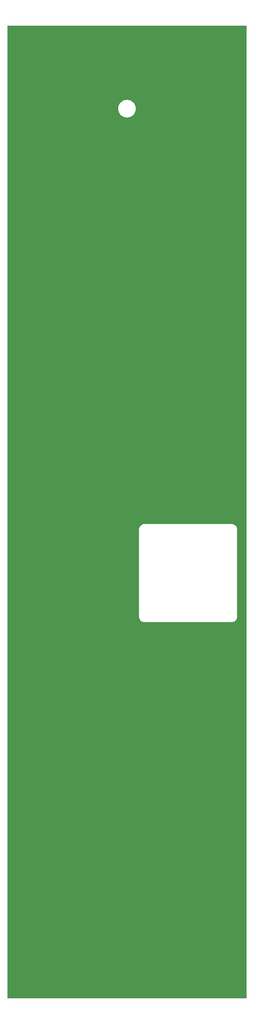
<source format=gtl>
%TF.GenerationSoftware,KiCad,Pcbnew,8.0.5*%
%TF.CreationDate,2024-12-04T18:31:37+01:00*%
%TF.ProjectId,DMH_S_H_Noise_PANEL,444d485f-535f-4485-9f4e-6f6973655f50,rev?*%
%TF.SameCoordinates,Original*%
%TF.FileFunction,Copper,L1,Top*%
%TF.FilePolarity,Positive*%
%FSLAX46Y46*%
G04 Gerber Fmt 4.6, Leading zero omitted, Abs format (unit mm)*
G04 Created by KiCad (PCBNEW 8.0.5) date 2024-12-04 18:31:37*
%MOMM*%
%LPD*%
G01*
G04 APERTURE LIST*
%TA.AperFunction,ConnectorPad*%
%ADD10C,12.000000*%
%TD*%
%TA.AperFunction,ComponentPad*%
%ADD11O,2.500000X1.500000*%
%TD*%
%TA.AperFunction,ComponentPad*%
%ADD12C,0.500000*%
%TD*%
%TA.AperFunction,ComponentPad*%
%ADD13C,4.000000*%
%TD*%
%TA.AperFunction,ComponentPad*%
%ADD14C,2.900000*%
%TD*%
%TA.AperFunction,ComponentPad*%
%ADD15C,13.000000*%
%TD*%
G04 APERTURE END LIST*
D10*
%TO.P,H7,1,1*%
%TO.N,GND*%
X87500000Y-108250000D03*
D11*
X87500000Y-114250000D03*
%TD*%
D10*
%TO.P,H6,1,1*%
%TO.N,GND*%
X62500000Y-108250000D03*
D11*
X62500000Y-114250000D03*
%TD*%
D10*
%TO.P,H5,1,1*%
%TO.N,GND*%
X75000000Y-71000000D03*
D11*
X75000000Y-77000000D03*
%TD*%
D12*
%TO.P,H10,1,1*%
%TO.N,GND*%
X52800000Y-190250000D03*
X54460000Y-186220000D03*
X54470000Y-194290000D03*
X58500000Y-184550000D03*
D10*
X58500000Y-190250000D03*
D12*
X58500000Y-195950000D03*
X62530000Y-194290000D03*
X62540000Y-186220000D03*
X64200000Y-190250000D03*
%TD*%
D13*
%TO.P,H3,1,1*%
%TO.N,GND*%
X53500000Y-226500000D03*
%TD*%
D12*
%TO.P,H19,1,1*%
%TO.N,GND*%
X69300000Y-190250000D03*
X70960000Y-186220000D03*
X70970000Y-194290000D03*
X75000000Y-184550000D03*
D10*
X75000000Y-190250000D03*
D12*
X75000000Y-195950000D03*
X79030000Y-194290000D03*
X79040000Y-186220000D03*
X80700000Y-190250000D03*
%TD*%
%TO.P,H12,1,1*%
%TO.N,GND*%
X85800000Y-190250000D03*
X87460000Y-186220000D03*
X87470000Y-194290000D03*
X91500000Y-184550000D03*
D10*
X91500000Y-190250000D03*
D12*
X91500000Y-195950000D03*
X95530000Y-194290000D03*
X95540000Y-186220000D03*
X97200000Y-190250000D03*
%TD*%
%TO.P,H8,1,1*%
%TO.N,GND*%
X52800000Y-171750000D03*
X54460000Y-167720000D03*
X54470000Y-175790000D03*
X58500000Y-166050000D03*
D10*
X58500000Y-171750000D03*
D12*
X58500000Y-177450000D03*
X62530000Y-175790000D03*
X62540000Y-167720000D03*
X64200000Y-171750000D03*
%TD*%
D14*
%TO.P,H18,1,1*%
%TO.N,GND*%
X62500000Y-136100000D03*
D15*
X62500000Y-142500000D03*
%TD*%
D12*
%TO.P,H14,1,1*%
%TO.N,GND*%
X52800000Y-208750000D03*
X54460000Y-204720000D03*
X54470000Y-212790000D03*
X58500000Y-203050000D03*
D10*
X58500000Y-208750000D03*
D12*
X58500000Y-214450000D03*
X62530000Y-212790000D03*
X62540000Y-204720000D03*
X64200000Y-208750000D03*
%TD*%
D13*
%TO.P,H2,1,1*%
%TO.N,GND*%
X96500000Y-33500000D03*
%TD*%
%TO.P,H4,1,1*%
%TO.N,GND*%
X96500000Y-226500000D03*
%TD*%
D12*
%TO.P,H13,1,1*%
%TO.N,GND*%
X69300000Y-208750000D03*
X70960000Y-204720000D03*
X70970000Y-212790000D03*
X75000000Y-203050000D03*
D10*
X75000000Y-208750000D03*
D12*
X75000000Y-214450000D03*
X79030000Y-212790000D03*
X79040000Y-204720000D03*
X80700000Y-208750000D03*
%TD*%
D13*
%TO.P,H1,1,1*%
%TO.N,GND*%
X53500000Y-33500000D03*
%TD*%
D12*
%TO.P,H15,1,1*%
%TO.N,GND*%
X85800000Y-208750000D03*
X87460000Y-204720000D03*
X87470000Y-212790000D03*
X91500000Y-203050000D03*
D10*
X91500000Y-208750000D03*
D12*
X91500000Y-214450000D03*
X95530000Y-212790000D03*
X95540000Y-204720000D03*
X97200000Y-208750000D03*
%TD*%
%TO.P,H9,1,1*%
%TO.N,GND*%
X69300000Y-171750000D03*
X70960000Y-167720000D03*
X70970000Y-175790000D03*
X75000000Y-166050000D03*
D10*
X75000000Y-171750000D03*
D12*
X75000000Y-177450000D03*
X79030000Y-175790000D03*
X79040000Y-167720000D03*
X80700000Y-171750000D03*
%TD*%
%TO.P,H11,1,1*%
%TO.N,GND*%
X85800000Y-171750000D03*
X87460000Y-167720000D03*
X87470000Y-175790000D03*
X91500000Y-166050000D03*
D10*
X91500000Y-171750000D03*
D12*
X91500000Y-177450000D03*
X95530000Y-175790000D03*
X95540000Y-167720000D03*
X97200000Y-171750000D03*
%TD*%
%TA.AperFunction,Conductor*%
%TO.N,GND*%
G36*
X99442539Y-30520185D02*
G01*
X99488294Y-30572989D01*
X99499500Y-30624500D01*
X99499500Y-229375500D01*
X99479815Y-229442539D01*
X99427011Y-229488294D01*
X99375500Y-229499500D01*
X50624500Y-229499500D01*
X50557461Y-229479815D01*
X50511706Y-229427011D01*
X50500500Y-229375500D01*
X50500500Y-208749993D01*
X53094630Y-208749993D01*
X53094630Y-208750006D01*
X53114101Y-209208394D01*
X53172381Y-209663513D01*
X53269043Y-210112028D01*
X53403399Y-210550746D01*
X53403401Y-210550751D01*
X53574468Y-210976468D01*
X53574472Y-210976479D01*
X53781026Y-211386154D01*
X53781037Y-211386174D01*
X53901317Y-211581521D01*
X54021599Y-211776871D01*
X54294429Y-212145762D01*
X54597560Y-212490186D01*
X54928809Y-212807662D01*
X55285788Y-213095902D01*
X55665925Y-213352830D01*
X56066482Y-213576595D01*
X56066485Y-213576596D01*
X56066494Y-213576601D01*
X56484566Y-213765581D01*
X56484573Y-213765584D01*
X56917185Y-213918435D01*
X57361201Y-214034048D01*
X57813422Y-214111589D01*
X57954946Y-214123634D01*
X58270571Y-214150499D01*
X58270588Y-214150499D01*
X58270590Y-214150500D01*
X58270591Y-214150500D01*
X58729409Y-214150500D01*
X58729410Y-214150500D01*
X58729411Y-214150499D01*
X58729428Y-214150499D01*
X59001523Y-214127339D01*
X59186578Y-214111589D01*
X59638799Y-214034048D01*
X60082815Y-213918435D01*
X60515427Y-213765584D01*
X60933518Y-213576595D01*
X61334075Y-213352830D01*
X61714212Y-213095902D01*
X62071191Y-212807662D01*
X62402440Y-212490186D01*
X62705571Y-212145762D01*
X62978401Y-211776871D01*
X63218964Y-211386172D01*
X63425527Y-210976479D01*
X63596601Y-210550744D01*
X63730955Y-210112035D01*
X63827619Y-209663512D01*
X63885897Y-209208407D01*
X63905370Y-208750000D01*
X63905370Y-208749993D01*
X69594630Y-208749993D01*
X69594630Y-208750006D01*
X69614101Y-209208394D01*
X69672381Y-209663513D01*
X69769043Y-210112028D01*
X69903399Y-210550746D01*
X69903401Y-210550751D01*
X70074468Y-210976468D01*
X70074472Y-210976479D01*
X70281026Y-211386154D01*
X70281037Y-211386174D01*
X70401317Y-211581521D01*
X70521599Y-211776871D01*
X70794429Y-212145762D01*
X71097560Y-212490186D01*
X71428809Y-212807662D01*
X71785788Y-213095902D01*
X72165925Y-213352830D01*
X72566482Y-213576595D01*
X72566485Y-213576596D01*
X72566494Y-213576601D01*
X72984566Y-213765581D01*
X72984573Y-213765584D01*
X73417185Y-213918435D01*
X73861201Y-214034048D01*
X74313422Y-214111589D01*
X74454946Y-214123634D01*
X74770571Y-214150499D01*
X74770588Y-214150499D01*
X74770590Y-214150500D01*
X74770591Y-214150500D01*
X75229409Y-214150500D01*
X75229410Y-214150500D01*
X75229411Y-214150499D01*
X75229428Y-214150499D01*
X75501523Y-214127339D01*
X75686578Y-214111589D01*
X76138799Y-214034048D01*
X76582815Y-213918435D01*
X77015427Y-213765584D01*
X77433518Y-213576595D01*
X77834075Y-213352830D01*
X78214212Y-213095902D01*
X78571191Y-212807662D01*
X78902440Y-212490186D01*
X79205571Y-212145762D01*
X79478401Y-211776871D01*
X79718964Y-211386172D01*
X79925527Y-210976479D01*
X80096601Y-210550744D01*
X80230955Y-210112035D01*
X80327619Y-209663512D01*
X80385897Y-209208407D01*
X80405370Y-208750000D01*
X80405370Y-208749993D01*
X86094630Y-208749993D01*
X86094630Y-208750006D01*
X86114101Y-209208394D01*
X86172381Y-209663513D01*
X86269043Y-210112028D01*
X86403399Y-210550746D01*
X86403401Y-210550751D01*
X86574468Y-210976468D01*
X86574472Y-210976479D01*
X86781026Y-211386154D01*
X86781037Y-211386174D01*
X86901317Y-211581521D01*
X87021599Y-211776871D01*
X87294429Y-212145762D01*
X87597560Y-212490186D01*
X87928809Y-212807662D01*
X88285788Y-213095902D01*
X88665925Y-213352830D01*
X89066482Y-213576595D01*
X89066485Y-213576596D01*
X89066494Y-213576601D01*
X89484566Y-213765581D01*
X89484573Y-213765584D01*
X89917185Y-213918435D01*
X90361201Y-214034048D01*
X90813422Y-214111589D01*
X90954946Y-214123634D01*
X91270571Y-214150499D01*
X91270588Y-214150499D01*
X91270590Y-214150500D01*
X91270591Y-214150500D01*
X91729409Y-214150500D01*
X91729410Y-214150500D01*
X91729411Y-214150499D01*
X91729428Y-214150499D01*
X92001523Y-214127339D01*
X92186578Y-214111589D01*
X92638799Y-214034048D01*
X93082815Y-213918435D01*
X93515427Y-213765584D01*
X93933518Y-213576595D01*
X94334075Y-213352830D01*
X94714212Y-213095902D01*
X95071191Y-212807662D01*
X95402440Y-212490186D01*
X95705571Y-212145762D01*
X95978401Y-211776871D01*
X96218964Y-211386172D01*
X96425527Y-210976479D01*
X96596601Y-210550744D01*
X96730955Y-210112035D01*
X96827619Y-209663512D01*
X96885897Y-209208407D01*
X96905370Y-208750000D01*
X96885897Y-208291593D01*
X96827619Y-207836488D01*
X96730955Y-207387965D01*
X96596601Y-206949256D01*
X96425527Y-206523521D01*
X96425527Y-206523520D01*
X96218973Y-206113845D01*
X96218962Y-206113825D01*
X96167601Y-206030410D01*
X95978401Y-205723129D01*
X95705571Y-205354238D01*
X95402440Y-205009814D01*
X95071191Y-204692338D01*
X94714212Y-204404098D01*
X94334075Y-204147170D01*
X94311723Y-204134683D01*
X93933526Y-203923409D01*
X93933505Y-203923398D01*
X93515433Y-203734418D01*
X93082810Y-203581563D01*
X92638797Y-203465951D01*
X92186588Y-203388412D01*
X92186562Y-203388409D01*
X91729428Y-203349500D01*
X91729410Y-203349500D01*
X91270590Y-203349500D01*
X91270571Y-203349500D01*
X90813437Y-203388409D01*
X90813411Y-203388412D01*
X90361202Y-203465951D01*
X89917189Y-203581563D01*
X89484566Y-203734418D01*
X89066494Y-203923398D01*
X89066473Y-203923409D01*
X88665933Y-204147165D01*
X88665914Y-204147177D01*
X88285793Y-204404094D01*
X87928806Y-204692340D01*
X87597559Y-205009814D01*
X87294435Y-205354230D01*
X87021598Y-205723130D01*
X86781037Y-206113825D01*
X86781026Y-206113845D01*
X86574472Y-206523520D01*
X86574468Y-206523531D01*
X86403401Y-206949248D01*
X86403399Y-206949253D01*
X86269043Y-207387971D01*
X86172381Y-207836486D01*
X86114101Y-208291605D01*
X86094630Y-208749993D01*
X80405370Y-208749993D01*
X80385897Y-208291593D01*
X80327619Y-207836488D01*
X80230955Y-207387965D01*
X80096601Y-206949256D01*
X79925527Y-206523521D01*
X79925527Y-206523520D01*
X79718973Y-206113845D01*
X79718962Y-206113825D01*
X79667601Y-206030410D01*
X79478401Y-205723129D01*
X79205571Y-205354238D01*
X78902440Y-205009814D01*
X78571191Y-204692338D01*
X78214212Y-204404098D01*
X77834075Y-204147170D01*
X77811723Y-204134683D01*
X77433526Y-203923409D01*
X77433505Y-203923398D01*
X77015433Y-203734418D01*
X76582810Y-203581563D01*
X76138797Y-203465951D01*
X75686588Y-203388412D01*
X75686562Y-203388409D01*
X75229428Y-203349500D01*
X75229410Y-203349500D01*
X74770590Y-203349500D01*
X74770571Y-203349500D01*
X74313437Y-203388409D01*
X74313411Y-203388412D01*
X73861202Y-203465951D01*
X73417189Y-203581563D01*
X72984566Y-203734418D01*
X72566494Y-203923398D01*
X72566473Y-203923409D01*
X72165933Y-204147165D01*
X72165914Y-204147177D01*
X71785793Y-204404094D01*
X71428806Y-204692340D01*
X71097559Y-205009814D01*
X70794435Y-205354230D01*
X70521598Y-205723130D01*
X70281037Y-206113825D01*
X70281026Y-206113845D01*
X70074472Y-206523520D01*
X70074468Y-206523531D01*
X69903401Y-206949248D01*
X69903399Y-206949253D01*
X69769043Y-207387971D01*
X69672381Y-207836486D01*
X69614101Y-208291605D01*
X69594630Y-208749993D01*
X63905370Y-208749993D01*
X63885897Y-208291593D01*
X63827619Y-207836488D01*
X63730955Y-207387965D01*
X63596601Y-206949256D01*
X63425527Y-206523521D01*
X63425527Y-206523520D01*
X63218973Y-206113845D01*
X63218962Y-206113825D01*
X63167601Y-206030410D01*
X62978401Y-205723129D01*
X62705571Y-205354238D01*
X62402440Y-205009814D01*
X62071191Y-204692338D01*
X61714212Y-204404098D01*
X61334075Y-204147170D01*
X61311723Y-204134683D01*
X60933526Y-203923409D01*
X60933505Y-203923398D01*
X60515433Y-203734418D01*
X60082810Y-203581563D01*
X59638797Y-203465951D01*
X59186588Y-203388412D01*
X59186562Y-203388409D01*
X58729428Y-203349500D01*
X58729410Y-203349500D01*
X58270590Y-203349500D01*
X58270571Y-203349500D01*
X57813437Y-203388409D01*
X57813411Y-203388412D01*
X57361202Y-203465951D01*
X56917189Y-203581563D01*
X56484566Y-203734418D01*
X56066494Y-203923398D01*
X56066473Y-203923409D01*
X55665933Y-204147165D01*
X55665914Y-204147177D01*
X55285793Y-204404094D01*
X54928806Y-204692340D01*
X54597559Y-205009814D01*
X54294435Y-205354230D01*
X54021598Y-205723130D01*
X53781037Y-206113825D01*
X53781026Y-206113845D01*
X53574472Y-206523520D01*
X53574468Y-206523531D01*
X53403401Y-206949248D01*
X53403399Y-206949253D01*
X53269043Y-207387971D01*
X53172381Y-207836486D01*
X53114101Y-208291605D01*
X53094630Y-208749993D01*
X50500500Y-208749993D01*
X50500500Y-190249993D01*
X53094630Y-190249993D01*
X53094630Y-190250006D01*
X53114101Y-190708394D01*
X53172381Y-191163513D01*
X53269043Y-191612028D01*
X53403399Y-192050746D01*
X53403401Y-192050751D01*
X53574468Y-192476468D01*
X53574472Y-192476479D01*
X53781026Y-192886154D01*
X53781037Y-192886174D01*
X53901317Y-193081521D01*
X54021599Y-193276871D01*
X54294429Y-193645762D01*
X54597560Y-193990186D01*
X54928809Y-194307662D01*
X55285788Y-194595902D01*
X55665925Y-194852830D01*
X56066482Y-195076595D01*
X56066485Y-195076596D01*
X56066494Y-195076601D01*
X56484566Y-195265581D01*
X56484573Y-195265584D01*
X56917185Y-195418435D01*
X57361201Y-195534048D01*
X57813422Y-195611589D01*
X57954946Y-195623634D01*
X58270571Y-195650499D01*
X58270588Y-195650499D01*
X58270590Y-195650500D01*
X58270591Y-195650500D01*
X58729409Y-195650500D01*
X58729410Y-195650500D01*
X58729411Y-195650499D01*
X58729428Y-195650499D01*
X59001523Y-195627339D01*
X59186578Y-195611589D01*
X59638799Y-195534048D01*
X60082815Y-195418435D01*
X60515427Y-195265584D01*
X60933518Y-195076595D01*
X61334075Y-194852830D01*
X61714212Y-194595902D01*
X62071191Y-194307662D01*
X62402440Y-193990186D01*
X62705571Y-193645762D01*
X62978401Y-193276871D01*
X63218964Y-192886172D01*
X63425527Y-192476479D01*
X63596601Y-192050744D01*
X63730955Y-191612035D01*
X63827619Y-191163512D01*
X63885897Y-190708407D01*
X63905370Y-190250000D01*
X63905370Y-190249993D01*
X69594630Y-190249993D01*
X69594630Y-190250006D01*
X69614101Y-190708394D01*
X69672381Y-191163513D01*
X69769043Y-191612028D01*
X69903399Y-192050746D01*
X69903401Y-192050751D01*
X70074468Y-192476468D01*
X70074472Y-192476479D01*
X70281026Y-192886154D01*
X70281037Y-192886174D01*
X70401317Y-193081521D01*
X70521599Y-193276871D01*
X70794429Y-193645762D01*
X71097560Y-193990186D01*
X71428809Y-194307662D01*
X71785788Y-194595902D01*
X72165925Y-194852830D01*
X72566482Y-195076595D01*
X72566485Y-195076596D01*
X72566494Y-195076601D01*
X72984566Y-195265581D01*
X72984573Y-195265584D01*
X73417185Y-195418435D01*
X73861201Y-195534048D01*
X74313422Y-195611589D01*
X74454946Y-195623634D01*
X74770571Y-195650499D01*
X74770588Y-195650499D01*
X74770590Y-195650500D01*
X74770591Y-195650500D01*
X75229409Y-195650500D01*
X75229410Y-195650500D01*
X75229411Y-195650499D01*
X75229428Y-195650499D01*
X75501523Y-195627339D01*
X75686578Y-195611589D01*
X76138799Y-195534048D01*
X76582815Y-195418435D01*
X77015427Y-195265584D01*
X77433518Y-195076595D01*
X77834075Y-194852830D01*
X78214212Y-194595902D01*
X78571191Y-194307662D01*
X78902440Y-193990186D01*
X79205571Y-193645762D01*
X79478401Y-193276871D01*
X79718964Y-192886172D01*
X79925527Y-192476479D01*
X80096601Y-192050744D01*
X80230955Y-191612035D01*
X80327619Y-191163512D01*
X80385897Y-190708407D01*
X80405370Y-190250000D01*
X80405370Y-190249993D01*
X86094630Y-190249993D01*
X86094630Y-190250006D01*
X86114101Y-190708394D01*
X86172381Y-191163513D01*
X86269043Y-191612028D01*
X86403399Y-192050746D01*
X86403401Y-192050751D01*
X86574468Y-192476468D01*
X86574472Y-192476479D01*
X86781026Y-192886154D01*
X86781037Y-192886174D01*
X86901317Y-193081521D01*
X87021599Y-193276871D01*
X87294429Y-193645762D01*
X87597560Y-193990186D01*
X87928809Y-194307662D01*
X88285788Y-194595902D01*
X88665925Y-194852830D01*
X89066482Y-195076595D01*
X89066485Y-195076596D01*
X89066494Y-195076601D01*
X89484566Y-195265581D01*
X89484573Y-195265584D01*
X89917185Y-195418435D01*
X90361201Y-195534048D01*
X90813422Y-195611589D01*
X90954946Y-195623634D01*
X91270571Y-195650499D01*
X91270588Y-195650499D01*
X91270590Y-195650500D01*
X91270591Y-195650500D01*
X91729409Y-195650500D01*
X91729410Y-195650500D01*
X91729411Y-195650499D01*
X91729428Y-195650499D01*
X92001523Y-195627339D01*
X92186578Y-195611589D01*
X92638799Y-195534048D01*
X93082815Y-195418435D01*
X93515427Y-195265584D01*
X93933518Y-195076595D01*
X94334075Y-194852830D01*
X94714212Y-194595902D01*
X95071191Y-194307662D01*
X95402440Y-193990186D01*
X95705571Y-193645762D01*
X95978401Y-193276871D01*
X96218964Y-192886172D01*
X96425527Y-192476479D01*
X96596601Y-192050744D01*
X96730955Y-191612035D01*
X96827619Y-191163512D01*
X96885897Y-190708407D01*
X96905370Y-190250000D01*
X96885897Y-189791593D01*
X96827619Y-189336488D01*
X96730955Y-188887965D01*
X96596601Y-188449256D01*
X96425527Y-188023521D01*
X96425527Y-188023520D01*
X96218973Y-187613845D01*
X96218962Y-187613825D01*
X96167601Y-187530410D01*
X95978401Y-187223129D01*
X95705571Y-186854238D01*
X95402440Y-186509814D01*
X95071191Y-186192338D01*
X94714212Y-185904098D01*
X94334075Y-185647170D01*
X94311723Y-185634683D01*
X93933526Y-185423409D01*
X93933505Y-185423398D01*
X93515433Y-185234418D01*
X93082810Y-185081563D01*
X92638797Y-184965951D01*
X92186588Y-184888412D01*
X92186562Y-184888409D01*
X91729428Y-184849500D01*
X91729410Y-184849500D01*
X91270590Y-184849500D01*
X91270571Y-184849500D01*
X90813437Y-184888409D01*
X90813411Y-184888412D01*
X90361202Y-184965951D01*
X89917189Y-185081563D01*
X89484566Y-185234418D01*
X89066494Y-185423398D01*
X89066473Y-185423409D01*
X88665933Y-185647165D01*
X88665914Y-185647177D01*
X88285793Y-185904094D01*
X87928806Y-186192340D01*
X87597559Y-186509814D01*
X87294435Y-186854230D01*
X87021598Y-187223130D01*
X86781037Y-187613825D01*
X86781026Y-187613845D01*
X86574472Y-188023520D01*
X86574468Y-188023531D01*
X86403401Y-188449248D01*
X86403399Y-188449253D01*
X86269043Y-188887971D01*
X86172381Y-189336486D01*
X86114101Y-189791605D01*
X86094630Y-190249993D01*
X80405370Y-190249993D01*
X80385897Y-189791593D01*
X80327619Y-189336488D01*
X80230955Y-188887965D01*
X80096601Y-188449256D01*
X79925527Y-188023521D01*
X79925527Y-188023520D01*
X79718973Y-187613845D01*
X79718962Y-187613825D01*
X79667601Y-187530410D01*
X79478401Y-187223129D01*
X79205571Y-186854238D01*
X78902440Y-186509814D01*
X78571191Y-186192338D01*
X78214212Y-185904098D01*
X77834075Y-185647170D01*
X77811723Y-185634683D01*
X77433526Y-185423409D01*
X77433505Y-185423398D01*
X77015433Y-185234418D01*
X76582810Y-185081563D01*
X76138797Y-184965951D01*
X75686588Y-184888412D01*
X75686562Y-184888409D01*
X75229428Y-184849500D01*
X75229410Y-184849500D01*
X74770590Y-184849500D01*
X74770571Y-184849500D01*
X74313437Y-184888409D01*
X74313411Y-184888412D01*
X73861202Y-184965951D01*
X73417189Y-185081563D01*
X72984566Y-185234418D01*
X72566494Y-185423398D01*
X72566473Y-185423409D01*
X72165933Y-185647165D01*
X72165914Y-185647177D01*
X71785793Y-185904094D01*
X71428806Y-186192340D01*
X71097559Y-186509814D01*
X70794435Y-186854230D01*
X70521598Y-187223130D01*
X70281037Y-187613825D01*
X70281026Y-187613845D01*
X70074472Y-188023520D01*
X70074468Y-188023531D01*
X69903401Y-188449248D01*
X69903399Y-188449253D01*
X69769043Y-188887971D01*
X69672381Y-189336486D01*
X69614101Y-189791605D01*
X69594630Y-190249993D01*
X63905370Y-190249993D01*
X63885897Y-189791593D01*
X63827619Y-189336488D01*
X63730955Y-188887965D01*
X63596601Y-188449256D01*
X63425527Y-188023521D01*
X63425527Y-188023520D01*
X63218973Y-187613845D01*
X63218962Y-187613825D01*
X63167601Y-187530410D01*
X62978401Y-187223129D01*
X62705571Y-186854238D01*
X62402440Y-186509814D01*
X62071191Y-186192338D01*
X61714212Y-185904098D01*
X61334075Y-185647170D01*
X61311723Y-185634683D01*
X60933526Y-185423409D01*
X60933505Y-185423398D01*
X60515433Y-185234418D01*
X60082810Y-185081563D01*
X59638797Y-184965951D01*
X59186588Y-184888412D01*
X59186562Y-184888409D01*
X58729428Y-184849500D01*
X58729410Y-184849500D01*
X58270590Y-184849500D01*
X58270571Y-184849500D01*
X57813437Y-184888409D01*
X57813411Y-184888412D01*
X57361202Y-184965951D01*
X56917189Y-185081563D01*
X56484566Y-185234418D01*
X56066494Y-185423398D01*
X56066473Y-185423409D01*
X55665933Y-185647165D01*
X55665914Y-185647177D01*
X55285793Y-185904094D01*
X54928806Y-186192340D01*
X54597559Y-186509814D01*
X54294435Y-186854230D01*
X54021598Y-187223130D01*
X53781037Y-187613825D01*
X53781026Y-187613845D01*
X53574472Y-188023520D01*
X53574468Y-188023531D01*
X53403401Y-188449248D01*
X53403399Y-188449253D01*
X53269043Y-188887971D01*
X53172381Y-189336486D01*
X53114101Y-189791605D01*
X53094630Y-190249993D01*
X50500500Y-190249993D01*
X50500500Y-171749993D01*
X53094630Y-171749993D01*
X53094630Y-171750006D01*
X53114101Y-172208394D01*
X53172381Y-172663513D01*
X53269043Y-173112028D01*
X53403399Y-173550746D01*
X53403401Y-173550751D01*
X53574468Y-173976468D01*
X53574472Y-173976479D01*
X53781026Y-174386154D01*
X53781037Y-174386174D01*
X53901317Y-174581521D01*
X54021599Y-174776871D01*
X54294429Y-175145762D01*
X54597560Y-175490186D01*
X54928809Y-175807662D01*
X55285788Y-176095902D01*
X55665925Y-176352830D01*
X56066482Y-176576595D01*
X56066485Y-176576596D01*
X56066494Y-176576601D01*
X56484566Y-176765581D01*
X56484573Y-176765584D01*
X56917185Y-176918435D01*
X57361201Y-177034048D01*
X57813422Y-177111589D01*
X57954946Y-177123634D01*
X58270571Y-177150499D01*
X58270588Y-177150499D01*
X58270590Y-177150500D01*
X58270591Y-177150500D01*
X58729409Y-177150500D01*
X58729410Y-177150500D01*
X58729411Y-177150499D01*
X58729428Y-177150499D01*
X59001523Y-177127339D01*
X59186578Y-177111589D01*
X59638799Y-177034048D01*
X60082815Y-176918435D01*
X60515427Y-176765584D01*
X60933518Y-176576595D01*
X61334075Y-176352830D01*
X61714212Y-176095902D01*
X62071191Y-175807662D01*
X62402440Y-175490186D01*
X62705571Y-175145762D01*
X62978401Y-174776871D01*
X63218964Y-174386172D01*
X63425527Y-173976479D01*
X63596601Y-173550744D01*
X63730955Y-173112035D01*
X63827619Y-172663512D01*
X63885897Y-172208407D01*
X63905370Y-171750000D01*
X63905370Y-171749993D01*
X69594630Y-171749993D01*
X69594630Y-171750006D01*
X69614101Y-172208394D01*
X69672381Y-172663513D01*
X69769043Y-173112028D01*
X69903399Y-173550746D01*
X69903401Y-173550751D01*
X70074468Y-173976468D01*
X70074472Y-173976479D01*
X70281026Y-174386154D01*
X70281037Y-174386174D01*
X70401317Y-174581521D01*
X70521599Y-174776871D01*
X70794429Y-175145762D01*
X71097560Y-175490186D01*
X71428809Y-175807662D01*
X71785788Y-176095902D01*
X72165925Y-176352830D01*
X72566482Y-176576595D01*
X72566485Y-176576596D01*
X72566494Y-176576601D01*
X72984566Y-176765581D01*
X72984573Y-176765584D01*
X73417185Y-176918435D01*
X73861201Y-177034048D01*
X74313422Y-177111589D01*
X74454946Y-177123634D01*
X74770571Y-177150499D01*
X74770588Y-177150499D01*
X74770590Y-177150500D01*
X74770591Y-177150500D01*
X75229409Y-177150500D01*
X75229410Y-177150500D01*
X75229411Y-177150499D01*
X75229428Y-177150499D01*
X75501523Y-177127339D01*
X75686578Y-177111589D01*
X76138799Y-177034048D01*
X76582815Y-176918435D01*
X77015427Y-176765584D01*
X77433518Y-176576595D01*
X77834075Y-176352830D01*
X78214212Y-176095902D01*
X78571191Y-175807662D01*
X78902440Y-175490186D01*
X79205571Y-175145762D01*
X79478401Y-174776871D01*
X79718964Y-174386172D01*
X79925527Y-173976479D01*
X80096601Y-173550744D01*
X80230955Y-173112035D01*
X80327619Y-172663512D01*
X80385897Y-172208407D01*
X80405370Y-171750000D01*
X80405370Y-171749993D01*
X86094630Y-171749993D01*
X86094630Y-171750006D01*
X86114101Y-172208394D01*
X86172381Y-172663513D01*
X86269043Y-173112028D01*
X86403399Y-173550746D01*
X86403401Y-173550751D01*
X86574468Y-173976468D01*
X86574472Y-173976479D01*
X86781026Y-174386154D01*
X86781037Y-174386174D01*
X86901317Y-174581521D01*
X87021599Y-174776871D01*
X87294429Y-175145762D01*
X87597560Y-175490186D01*
X87928809Y-175807662D01*
X88285788Y-176095902D01*
X88665925Y-176352830D01*
X89066482Y-176576595D01*
X89066485Y-176576596D01*
X89066494Y-176576601D01*
X89484566Y-176765581D01*
X89484573Y-176765584D01*
X89917185Y-176918435D01*
X90361201Y-177034048D01*
X90813422Y-177111589D01*
X90954946Y-177123634D01*
X91270571Y-177150499D01*
X91270588Y-177150499D01*
X91270590Y-177150500D01*
X91270591Y-177150500D01*
X91729409Y-177150500D01*
X91729410Y-177150500D01*
X91729411Y-177150499D01*
X91729428Y-177150499D01*
X92001523Y-177127339D01*
X92186578Y-177111589D01*
X92638799Y-177034048D01*
X93082815Y-176918435D01*
X93515427Y-176765584D01*
X93933518Y-176576595D01*
X94334075Y-176352830D01*
X94714212Y-176095902D01*
X95071191Y-175807662D01*
X95402440Y-175490186D01*
X95705571Y-175145762D01*
X95978401Y-174776871D01*
X96218964Y-174386172D01*
X96425527Y-173976479D01*
X96596601Y-173550744D01*
X96730955Y-173112035D01*
X96827619Y-172663512D01*
X96885897Y-172208407D01*
X96905370Y-171750000D01*
X96885897Y-171291593D01*
X96827619Y-170836488D01*
X96730955Y-170387965D01*
X96596601Y-169949256D01*
X96425527Y-169523521D01*
X96425527Y-169523520D01*
X96218973Y-169113845D01*
X96218962Y-169113825D01*
X96167601Y-169030410D01*
X95978401Y-168723129D01*
X95705571Y-168354238D01*
X95402440Y-168009814D01*
X95071191Y-167692338D01*
X94714212Y-167404098D01*
X94334075Y-167147170D01*
X94311723Y-167134683D01*
X93933526Y-166923409D01*
X93933505Y-166923398D01*
X93515433Y-166734418D01*
X93082810Y-166581563D01*
X92638797Y-166465951D01*
X92186588Y-166388412D01*
X92186562Y-166388409D01*
X91729428Y-166349500D01*
X91729410Y-166349500D01*
X91270590Y-166349500D01*
X91270571Y-166349500D01*
X90813437Y-166388409D01*
X90813411Y-166388412D01*
X90361202Y-166465951D01*
X89917189Y-166581563D01*
X89484566Y-166734418D01*
X89066494Y-166923398D01*
X89066473Y-166923409D01*
X88665933Y-167147165D01*
X88665914Y-167147177D01*
X88285793Y-167404094D01*
X87928806Y-167692340D01*
X87597559Y-168009814D01*
X87294435Y-168354230D01*
X87021598Y-168723130D01*
X86781037Y-169113825D01*
X86781026Y-169113845D01*
X86574472Y-169523520D01*
X86574468Y-169523531D01*
X86403401Y-169949248D01*
X86403399Y-169949253D01*
X86269043Y-170387971D01*
X86172381Y-170836486D01*
X86114101Y-171291605D01*
X86094630Y-171749993D01*
X80405370Y-171749993D01*
X80385897Y-171291593D01*
X80327619Y-170836488D01*
X80230955Y-170387965D01*
X80096601Y-169949256D01*
X79925527Y-169523521D01*
X79925527Y-169523520D01*
X79718973Y-169113845D01*
X79718962Y-169113825D01*
X79667601Y-169030410D01*
X79478401Y-168723129D01*
X79205571Y-168354238D01*
X78902440Y-168009814D01*
X78571191Y-167692338D01*
X78214212Y-167404098D01*
X77834075Y-167147170D01*
X77811723Y-167134683D01*
X77433526Y-166923409D01*
X77433505Y-166923398D01*
X77015433Y-166734418D01*
X76582810Y-166581563D01*
X76138797Y-166465951D01*
X75686588Y-166388412D01*
X75686562Y-166388409D01*
X75229428Y-166349500D01*
X75229410Y-166349500D01*
X74770590Y-166349500D01*
X74770571Y-166349500D01*
X74313437Y-166388409D01*
X74313411Y-166388412D01*
X73861202Y-166465951D01*
X73417189Y-166581563D01*
X72984566Y-166734418D01*
X72566494Y-166923398D01*
X72566473Y-166923409D01*
X72165933Y-167147165D01*
X72165914Y-167147177D01*
X71785793Y-167404094D01*
X71428806Y-167692340D01*
X71097559Y-168009814D01*
X70794435Y-168354230D01*
X70521598Y-168723130D01*
X70281037Y-169113825D01*
X70281026Y-169113845D01*
X70074472Y-169523520D01*
X70074468Y-169523531D01*
X69903401Y-169949248D01*
X69903399Y-169949253D01*
X69769043Y-170387971D01*
X69672381Y-170836486D01*
X69614101Y-171291605D01*
X69594630Y-171749993D01*
X63905370Y-171749993D01*
X63885897Y-171291593D01*
X63827619Y-170836488D01*
X63730955Y-170387965D01*
X63596601Y-169949256D01*
X63425527Y-169523521D01*
X63425527Y-169523520D01*
X63218973Y-169113845D01*
X63218962Y-169113825D01*
X63167601Y-169030410D01*
X62978401Y-168723129D01*
X62705571Y-168354238D01*
X62402440Y-168009814D01*
X62071191Y-167692338D01*
X61714212Y-167404098D01*
X61334075Y-167147170D01*
X61311723Y-167134683D01*
X60933526Y-166923409D01*
X60933505Y-166923398D01*
X60515433Y-166734418D01*
X60082810Y-166581563D01*
X59638797Y-166465951D01*
X59186588Y-166388412D01*
X59186562Y-166388409D01*
X58729428Y-166349500D01*
X58729410Y-166349500D01*
X58270590Y-166349500D01*
X58270571Y-166349500D01*
X57813437Y-166388409D01*
X57813411Y-166388412D01*
X57361202Y-166465951D01*
X56917189Y-166581563D01*
X56484566Y-166734418D01*
X56066494Y-166923398D01*
X56066473Y-166923409D01*
X55665933Y-167147165D01*
X55665914Y-167147177D01*
X55285793Y-167404094D01*
X54928806Y-167692340D01*
X54597559Y-168009814D01*
X54294435Y-168354230D01*
X54021598Y-168723130D01*
X53781037Y-169113825D01*
X53781026Y-169113845D01*
X53574472Y-169523520D01*
X53574468Y-169523531D01*
X53403401Y-169949248D01*
X53403399Y-169949253D01*
X53269043Y-170387971D01*
X53172381Y-170836486D01*
X53114101Y-171291605D01*
X53094630Y-171749993D01*
X50500500Y-171749993D01*
X50500500Y-133412465D01*
X77499500Y-133412465D01*
X77499500Y-151587534D01*
X77529898Y-151759937D01*
X77589775Y-151924446D01*
X77677309Y-152076057D01*
X77789836Y-152210163D01*
X77923942Y-152322690D01*
X77923943Y-152322691D01*
X77923945Y-152322692D01*
X78075555Y-152410225D01*
X78240062Y-152470101D01*
X78412468Y-152500500D01*
X78412472Y-152500500D01*
X96587528Y-152500500D01*
X96587532Y-152500500D01*
X96759938Y-152470101D01*
X96924445Y-152410225D01*
X97076055Y-152322692D01*
X97210163Y-152210163D01*
X97322692Y-152076055D01*
X97410225Y-151924445D01*
X97470101Y-151759938D01*
X97500500Y-151587532D01*
X97500500Y-151500000D01*
X97500500Y-151434108D01*
X97500500Y-133434108D01*
X97500500Y-133412468D01*
X97470101Y-133240062D01*
X97410225Y-133075555D01*
X97322692Y-132923945D01*
X97322691Y-132923943D01*
X97322690Y-132923942D01*
X97210163Y-132789836D01*
X97076057Y-132677309D01*
X96924446Y-132589775D01*
X96759937Y-132529898D01*
X96587534Y-132499500D01*
X96587532Y-132499500D01*
X96565892Y-132499500D01*
X78565892Y-132499500D01*
X78500000Y-132499500D01*
X78412468Y-132499500D01*
X78412465Y-132499500D01*
X78240062Y-132529898D01*
X78075553Y-132589775D01*
X77923942Y-132677309D01*
X77789836Y-132789836D01*
X77677309Y-132923942D01*
X77589775Y-133075553D01*
X77529898Y-133240062D01*
X77499500Y-133412465D01*
X50500500Y-133412465D01*
X50500500Y-108250000D01*
X58494675Y-108250000D01*
X58513962Y-108642591D01*
X58513962Y-108642597D01*
X58513963Y-108642599D01*
X58571637Y-109031406D01*
X58667143Y-109412684D01*
X58799561Y-109782770D01*
X58799562Y-109782772D01*
X58967620Y-110138100D01*
X59169692Y-110475236D01*
X59403846Y-110790956D01*
X59667807Y-111082192D01*
X59959043Y-111346153D01*
X59959049Y-111346158D01*
X60274761Y-111580306D01*
X60274763Y-111580307D01*
X60611899Y-111782379D01*
X60611902Y-111782380D01*
X60611903Y-111782381D01*
X60967228Y-111950438D01*
X61337316Y-112082857D01*
X61718600Y-112178364D01*
X62107409Y-112236038D01*
X62500000Y-112255325D01*
X62892591Y-112236038D01*
X63281400Y-112178364D01*
X63662684Y-112082857D01*
X64032772Y-111950438D01*
X64388097Y-111782381D01*
X64725239Y-111580306D01*
X65040951Y-111346158D01*
X65332192Y-111082192D01*
X65596158Y-110790951D01*
X65830306Y-110475239D01*
X66032381Y-110138097D01*
X66200438Y-109782772D01*
X66332857Y-109412684D01*
X66428364Y-109031400D01*
X66486038Y-108642591D01*
X66505325Y-108250000D01*
X83494675Y-108250000D01*
X83513962Y-108642591D01*
X83513962Y-108642597D01*
X83513963Y-108642599D01*
X83571637Y-109031406D01*
X83667143Y-109412684D01*
X83799561Y-109782770D01*
X83799562Y-109782772D01*
X83967620Y-110138100D01*
X84169692Y-110475236D01*
X84403846Y-110790956D01*
X84667807Y-111082192D01*
X84959043Y-111346153D01*
X84959049Y-111346158D01*
X85274761Y-111580306D01*
X85274763Y-111580307D01*
X85611899Y-111782379D01*
X85611902Y-111782380D01*
X85611903Y-111782381D01*
X85967228Y-111950438D01*
X86337316Y-112082857D01*
X86718600Y-112178364D01*
X87107409Y-112236038D01*
X87500000Y-112255325D01*
X87892591Y-112236038D01*
X88281400Y-112178364D01*
X88662684Y-112082857D01*
X89032772Y-111950438D01*
X89388097Y-111782381D01*
X89725239Y-111580306D01*
X90040951Y-111346158D01*
X90332192Y-111082192D01*
X90596158Y-110790951D01*
X90830306Y-110475239D01*
X91032381Y-110138097D01*
X91200438Y-109782772D01*
X91332857Y-109412684D01*
X91428364Y-109031400D01*
X91486038Y-108642591D01*
X91505325Y-108250000D01*
X91486038Y-107857409D01*
X91428364Y-107468600D01*
X91332857Y-107087316D01*
X91200438Y-106717228D01*
X91032381Y-106361903D01*
X90830306Y-106024761D01*
X90596158Y-105709049D01*
X90596153Y-105709043D01*
X90332192Y-105417807D01*
X90040956Y-105153846D01*
X89725236Y-104919692D01*
X89388100Y-104717620D01*
X89032772Y-104549562D01*
X89032770Y-104549561D01*
X88662684Y-104417143D01*
X88281406Y-104321637D01*
X88281401Y-104321636D01*
X88281400Y-104321636D01*
X88137256Y-104300254D01*
X87892599Y-104263963D01*
X87892597Y-104263962D01*
X87892591Y-104263962D01*
X87500000Y-104244675D01*
X87107409Y-104263962D01*
X87107403Y-104263962D01*
X87107400Y-104263963D01*
X86718593Y-104321637D01*
X86337315Y-104417143D01*
X85967229Y-104549561D01*
X85967227Y-104549562D01*
X85611899Y-104717620D01*
X85274763Y-104919692D01*
X84959043Y-105153846D01*
X84667807Y-105417807D01*
X84403846Y-105709043D01*
X84169692Y-106024763D01*
X83967620Y-106361899D01*
X83799562Y-106717227D01*
X83799561Y-106717229D01*
X83667143Y-107087315D01*
X83571637Y-107468593D01*
X83571636Y-107468600D01*
X83513962Y-107857409D01*
X83494675Y-108250000D01*
X66505325Y-108250000D01*
X66486038Y-107857409D01*
X66428364Y-107468600D01*
X66332857Y-107087316D01*
X66200438Y-106717228D01*
X66032381Y-106361903D01*
X65830306Y-106024761D01*
X65596158Y-105709049D01*
X65596153Y-105709043D01*
X65332192Y-105417807D01*
X65040956Y-105153846D01*
X64725236Y-104919692D01*
X64388100Y-104717620D01*
X64032772Y-104549562D01*
X64032770Y-104549561D01*
X63662684Y-104417143D01*
X63281406Y-104321637D01*
X63281401Y-104321636D01*
X63281400Y-104321636D01*
X63137256Y-104300254D01*
X62892599Y-104263963D01*
X62892597Y-104263962D01*
X62892591Y-104263962D01*
X62500000Y-104244675D01*
X62107409Y-104263962D01*
X62107403Y-104263962D01*
X62107400Y-104263963D01*
X61718593Y-104321637D01*
X61337315Y-104417143D01*
X60967229Y-104549561D01*
X60967227Y-104549562D01*
X60611899Y-104717620D01*
X60274763Y-104919692D01*
X59959043Y-105153846D01*
X59667807Y-105417807D01*
X59403846Y-105709043D01*
X59169692Y-106024763D01*
X58967620Y-106361899D01*
X58799562Y-106717227D01*
X58799561Y-106717229D01*
X58667143Y-107087315D01*
X58571637Y-107468593D01*
X58571636Y-107468600D01*
X58513962Y-107857409D01*
X58494675Y-108250000D01*
X50500500Y-108250000D01*
X50500500Y-71000000D01*
X70994675Y-71000000D01*
X71013962Y-71392591D01*
X71013962Y-71392597D01*
X71013963Y-71392599D01*
X71071637Y-71781406D01*
X71167143Y-72162684D01*
X71299561Y-72532770D01*
X71299562Y-72532772D01*
X71467620Y-72888100D01*
X71669692Y-73225236D01*
X71903846Y-73540956D01*
X72167807Y-73832192D01*
X72459043Y-74096153D01*
X72459049Y-74096158D01*
X72774761Y-74330306D01*
X72774763Y-74330307D01*
X73111899Y-74532379D01*
X73111902Y-74532380D01*
X73111903Y-74532381D01*
X73467228Y-74700438D01*
X73837316Y-74832857D01*
X74218600Y-74928364D01*
X74607409Y-74986038D01*
X75000000Y-75005325D01*
X75392591Y-74986038D01*
X75781400Y-74928364D01*
X76162684Y-74832857D01*
X76532772Y-74700438D01*
X76888097Y-74532381D01*
X77225239Y-74330306D01*
X77540951Y-74096158D01*
X77832192Y-73832192D01*
X78096158Y-73540951D01*
X78330306Y-73225239D01*
X78532381Y-72888097D01*
X78700438Y-72532772D01*
X78832857Y-72162684D01*
X78928364Y-71781400D01*
X78986038Y-71392591D01*
X79005325Y-71000000D01*
X78986038Y-70607409D01*
X78928364Y-70218600D01*
X78832857Y-69837316D01*
X78700438Y-69467228D01*
X78532381Y-69111903D01*
X78330306Y-68774761D01*
X78096158Y-68459049D01*
X78096153Y-68459043D01*
X77832192Y-68167807D01*
X77540956Y-67903846D01*
X77225236Y-67669692D01*
X76888100Y-67467620D01*
X76532772Y-67299562D01*
X76532770Y-67299561D01*
X76162684Y-67167143D01*
X75781406Y-67071637D01*
X75781401Y-67071636D01*
X75781400Y-67071636D01*
X75637256Y-67050254D01*
X75392599Y-67013963D01*
X75392597Y-67013962D01*
X75392591Y-67013962D01*
X75000000Y-66994675D01*
X74607409Y-67013962D01*
X74607403Y-67013962D01*
X74607400Y-67013963D01*
X74218593Y-67071637D01*
X73837315Y-67167143D01*
X73467229Y-67299561D01*
X73467227Y-67299562D01*
X73111899Y-67467620D01*
X72774763Y-67669692D01*
X72459043Y-67903846D01*
X72167807Y-68167807D01*
X71903846Y-68459043D01*
X71669692Y-68774763D01*
X71467620Y-69111899D01*
X71299562Y-69467227D01*
X71299561Y-69467229D01*
X71167143Y-69837315D01*
X71071637Y-70218593D01*
X71071636Y-70218600D01*
X71013962Y-70607409D01*
X70994675Y-71000000D01*
X50500500Y-71000000D01*
X50500500Y-47381995D01*
X73199500Y-47381995D01*
X73199500Y-47618004D01*
X73199501Y-47618020D01*
X73230306Y-47852010D01*
X73291394Y-48079993D01*
X73381714Y-48298045D01*
X73381719Y-48298056D01*
X73452677Y-48420957D01*
X73499727Y-48502450D01*
X73499729Y-48502453D01*
X73499730Y-48502454D01*
X73643406Y-48689697D01*
X73643412Y-48689704D01*
X73810295Y-48856587D01*
X73810301Y-48856592D01*
X73997550Y-49000273D01*
X74128918Y-49076118D01*
X74201943Y-49118280D01*
X74201948Y-49118282D01*
X74201951Y-49118284D01*
X74420007Y-49208606D01*
X74647986Y-49269693D01*
X74881989Y-49300500D01*
X74881996Y-49300500D01*
X75118004Y-49300500D01*
X75118011Y-49300500D01*
X75352014Y-49269693D01*
X75579993Y-49208606D01*
X75798049Y-49118284D01*
X76002450Y-49000273D01*
X76189699Y-48856592D01*
X76356592Y-48689699D01*
X76500273Y-48502450D01*
X76618284Y-48298049D01*
X76708606Y-48079993D01*
X76769693Y-47852014D01*
X76800500Y-47618011D01*
X76800500Y-47381989D01*
X76769693Y-47147986D01*
X76708606Y-46920007D01*
X76618284Y-46701951D01*
X76618282Y-46701948D01*
X76618280Y-46701943D01*
X76576118Y-46628918D01*
X76500273Y-46497550D01*
X76356592Y-46310301D01*
X76356587Y-46310295D01*
X76189704Y-46143412D01*
X76189697Y-46143406D01*
X76002454Y-45999730D01*
X76002453Y-45999729D01*
X76002450Y-45999727D01*
X75920957Y-45952677D01*
X75798056Y-45881719D01*
X75798045Y-45881714D01*
X75579993Y-45791394D01*
X75352010Y-45730306D01*
X75118020Y-45699501D01*
X75118017Y-45699500D01*
X75118011Y-45699500D01*
X74881989Y-45699500D01*
X74881983Y-45699500D01*
X74881979Y-45699501D01*
X74647989Y-45730306D01*
X74420006Y-45791394D01*
X74201954Y-45881714D01*
X74201943Y-45881719D01*
X73997545Y-45999730D01*
X73810302Y-46143406D01*
X73810295Y-46143412D01*
X73643412Y-46310295D01*
X73643406Y-46310302D01*
X73499730Y-46497545D01*
X73381719Y-46701943D01*
X73381714Y-46701954D01*
X73291394Y-46920006D01*
X73230306Y-47147989D01*
X73199501Y-47381979D01*
X73199500Y-47381995D01*
X50500500Y-47381995D01*
X50500500Y-30624500D01*
X50520185Y-30557461D01*
X50572989Y-30511706D01*
X50624500Y-30500500D01*
X99375500Y-30500500D01*
X99442539Y-30520185D01*
G37*
%TD.AperFunction*%
%TD*%
M02*

</source>
